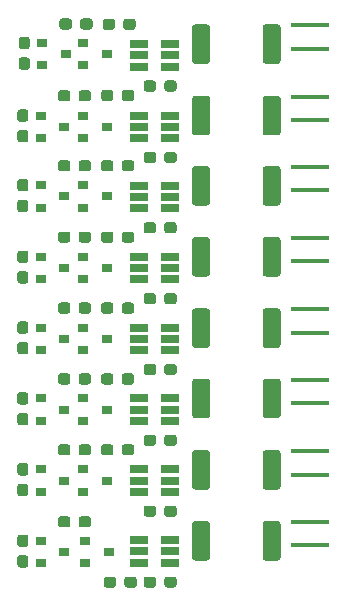
<source format=gtp>
%TF.GenerationSoftware,KiCad,Pcbnew,(5.1.8)-1*%
%TF.CreationDate,2021-02-13T13:18:38-08:00*%
%TF.ProjectId,20210213_Projects_PassiveBalanceBoard,32303231-3032-4313-935f-50726f6a6563,A0*%
%TF.SameCoordinates,PX5b5cac0PY99e0170*%
%TF.FileFunction,Paste,Top*%
%TF.FilePolarity,Positive*%
%FSLAX46Y46*%
G04 Gerber Fmt 4.6, Leading zero omitted, Abs format (unit mm)*
G04 Created by KiCad (PCBNEW (5.1.8)-1) date 2021-02-13 13:18:38*
%MOMM*%
%LPD*%
G01*
G04 APERTURE LIST*
%ADD10R,0.900000X0.800000*%
%ADD11R,1.560000X0.650000*%
%ADD12R,3.200400X0.381000*%
G04 APERTURE END LIST*
G36*
G01*
X31725000Y26100001D02*
X31725000Y23249999D01*
G75*
G02*
X31475001Y23000000I-249999J0D01*
G01*
X30449999Y23000000D01*
G75*
G02*
X30200000Y23249999I0J249999D01*
G01*
X30200000Y26100001D01*
G75*
G02*
X30449999Y26350000I249999J0D01*
G01*
X31475001Y26350000D01*
G75*
G02*
X31725000Y26100001I0J-249999D01*
G01*
G37*
G36*
G01*
X25750000Y26100001D02*
X25750000Y23249999D01*
G75*
G02*
X25500001Y23000000I-249999J0D01*
G01*
X24474999Y23000000D01*
G75*
G02*
X24225000Y23249999I0J249999D01*
G01*
X24225000Y26100001D01*
G75*
G02*
X24474999Y26350000I249999J0D01*
G01*
X25500001Y26350000D01*
G75*
G02*
X25750000Y26100001I0J-249999D01*
G01*
G37*
D10*
X11400000Y24725000D03*
X11400000Y22825000D03*
X13400000Y23775000D03*
X11400000Y18725000D03*
X11400000Y16825000D03*
X13400000Y17775000D03*
X11400000Y12725000D03*
X11400000Y10825000D03*
X13400000Y11775000D03*
X11400000Y6675000D03*
X11400000Y4775000D03*
X13400000Y5725000D03*
X17025000Y23775000D03*
X15025000Y22825000D03*
X15025000Y24725000D03*
X15025000Y18725000D03*
X15025000Y16825000D03*
X17025000Y17775000D03*
X15025000Y12725000D03*
X15025000Y10825000D03*
X17025000Y11775000D03*
X17200000Y5725000D03*
X15200000Y4775000D03*
X15200000Y6675000D03*
D11*
X19700000Y24725000D03*
X19700000Y23775000D03*
X19700000Y22825000D03*
X22400000Y22825000D03*
X22400000Y24725000D03*
X22400000Y23775000D03*
X19700000Y18725000D03*
X19700000Y17775000D03*
X19700000Y16825000D03*
X22400000Y16825000D03*
X22400000Y18725000D03*
X22400000Y17775000D03*
X22400000Y11775000D03*
X22400000Y12725000D03*
X22400000Y10825000D03*
X19700000Y10825000D03*
X19700000Y11775000D03*
X19700000Y12725000D03*
X19700000Y6725000D03*
X19700000Y5775000D03*
X19700000Y4825000D03*
X22400000Y4825000D03*
X22400000Y6725000D03*
X22400000Y5775000D03*
D10*
X13525000Y47875000D03*
X11525000Y46925000D03*
X11525000Y48825000D03*
X13400000Y41725000D03*
X11400000Y40775000D03*
X11400000Y42675000D03*
X13400000Y35825000D03*
X11400000Y34875000D03*
X11400000Y36775000D03*
X13400000Y29775000D03*
X11400000Y28825000D03*
X11400000Y30725000D03*
X15025000Y48825000D03*
X15025000Y46925000D03*
X17025000Y47875000D03*
X17025000Y41725000D03*
X15025000Y40775000D03*
X15025000Y42675000D03*
X17025000Y35825000D03*
X15025000Y34875000D03*
X15025000Y36775000D03*
X15025000Y30725000D03*
X15025000Y28825000D03*
X17025000Y29775000D03*
D11*
X19700000Y48725000D03*
X19700000Y47775000D03*
X19700000Y46825000D03*
X22400000Y46825000D03*
X22400000Y48725000D03*
X22400000Y47775000D03*
X22400000Y41725000D03*
X22400000Y42675000D03*
X22400000Y40775000D03*
X19700000Y40775000D03*
X19700000Y41725000D03*
X19700000Y42675000D03*
X22400000Y35775000D03*
X22400000Y36725000D03*
X22400000Y34825000D03*
X19700000Y34825000D03*
X19700000Y35775000D03*
X19700000Y36725000D03*
X22400000Y29775000D03*
X22400000Y30725000D03*
X22400000Y28825000D03*
X19700000Y28825000D03*
X19700000Y29775000D03*
X19700000Y30725000D03*
G36*
G01*
X9662500Y23500000D02*
X10137500Y23500000D01*
G75*
G02*
X10375000Y23262500I0J-237500D01*
G01*
X10375000Y22687500D01*
G75*
G02*
X10137500Y22450000I-237500J0D01*
G01*
X9662500Y22450000D01*
G75*
G02*
X9425000Y22687500I0J237500D01*
G01*
X9425000Y23262500D01*
G75*
G02*
X9662500Y23500000I237500J0D01*
G01*
G37*
G36*
G01*
X9662500Y25250000D02*
X10137500Y25250000D01*
G75*
G02*
X10375000Y25012500I0J-237500D01*
G01*
X10375000Y24437500D01*
G75*
G02*
X10137500Y24200000I-237500J0D01*
G01*
X9662500Y24200000D01*
G75*
G02*
X9425000Y24437500I0J237500D01*
G01*
X9425000Y25012500D01*
G75*
G02*
X9662500Y25250000I237500J0D01*
G01*
G37*
G36*
G01*
X9662500Y19250000D02*
X10137500Y19250000D01*
G75*
G02*
X10375000Y19012500I0J-237500D01*
G01*
X10375000Y18437500D01*
G75*
G02*
X10137500Y18200000I-237500J0D01*
G01*
X9662500Y18200000D01*
G75*
G02*
X9425000Y18437500I0J237500D01*
G01*
X9425000Y19012500D01*
G75*
G02*
X9662500Y19250000I237500J0D01*
G01*
G37*
G36*
G01*
X9662500Y17500000D02*
X10137500Y17500000D01*
G75*
G02*
X10375000Y17262500I0J-237500D01*
G01*
X10375000Y16687500D01*
G75*
G02*
X10137500Y16450000I-237500J0D01*
G01*
X9662500Y16450000D01*
G75*
G02*
X9425000Y16687500I0J237500D01*
G01*
X9425000Y17262500D01*
G75*
G02*
X9662500Y17500000I237500J0D01*
G01*
G37*
G36*
G01*
X9662500Y11500000D02*
X10137500Y11500000D01*
G75*
G02*
X10375000Y11262500I0J-237500D01*
G01*
X10375000Y10687500D01*
G75*
G02*
X10137500Y10450000I-237500J0D01*
G01*
X9662500Y10450000D01*
G75*
G02*
X9425000Y10687500I0J237500D01*
G01*
X9425000Y11262500D01*
G75*
G02*
X9662500Y11500000I237500J0D01*
G01*
G37*
G36*
G01*
X9662500Y13250000D02*
X10137500Y13250000D01*
G75*
G02*
X10375000Y13012500I0J-237500D01*
G01*
X10375000Y12437500D01*
G75*
G02*
X10137500Y12200000I-237500J0D01*
G01*
X9662500Y12200000D01*
G75*
G02*
X9425000Y12437500I0J237500D01*
G01*
X9425000Y13012500D01*
G75*
G02*
X9662500Y13250000I237500J0D01*
G01*
G37*
G36*
G01*
X9662500Y5450000D02*
X10137500Y5450000D01*
G75*
G02*
X10375000Y5212500I0J-237500D01*
G01*
X10375000Y4637500D01*
G75*
G02*
X10137500Y4400000I-237500J0D01*
G01*
X9662500Y4400000D01*
G75*
G02*
X9425000Y4637500I0J237500D01*
G01*
X9425000Y5212500D01*
G75*
G02*
X9662500Y5450000I237500J0D01*
G01*
G37*
G36*
G01*
X9662500Y7200000D02*
X10137500Y7200000D01*
G75*
G02*
X10375000Y6962500I0J-237500D01*
G01*
X10375000Y6387500D01*
G75*
G02*
X10137500Y6150000I-237500J0D01*
G01*
X9662500Y6150000D01*
G75*
G02*
X9425000Y6387500I0J237500D01*
G01*
X9425000Y6962500D01*
G75*
G02*
X9662500Y7200000I237500J0D01*
G01*
G37*
G36*
G01*
X20125000Y20937500D02*
X20125000Y21412500D01*
G75*
G02*
X20362500Y21650000I237500J0D01*
G01*
X20937500Y21650000D01*
G75*
G02*
X21175000Y21412500I0J-237500D01*
G01*
X21175000Y20937500D01*
G75*
G02*
X20937500Y20700000I-237500J0D01*
G01*
X20362500Y20700000D01*
G75*
G02*
X20125000Y20937500I0J237500D01*
G01*
G37*
G36*
G01*
X21875000Y20937500D02*
X21875000Y21412500D01*
G75*
G02*
X22112500Y21650000I237500J0D01*
G01*
X22687500Y21650000D01*
G75*
G02*
X22925000Y21412500I0J-237500D01*
G01*
X22925000Y20937500D01*
G75*
G02*
X22687500Y20700000I-237500J0D01*
G01*
X22112500Y20700000D01*
G75*
G02*
X21875000Y20937500I0J237500D01*
G01*
G37*
G36*
G01*
X20125000Y14937500D02*
X20125000Y15412500D01*
G75*
G02*
X20362500Y15650000I237500J0D01*
G01*
X20937500Y15650000D01*
G75*
G02*
X21175000Y15412500I0J-237500D01*
G01*
X21175000Y14937500D01*
G75*
G02*
X20937500Y14700000I-237500J0D01*
G01*
X20362500Y14700000D01*
G75*
G02*
X20125000Y14937500I0J237500D01*
G01*
G37*
G36*
G01*
X21875000Y14937500D02*
X21875000Y15412500D01*
G75*
G02*
X22112500Y15650000I237500J0D01*
G01*
X22687500Y15650000D01*
G75*
G02*
X22925000Y15412500I0J-237500D01*
G01*
X22925000Y14937500D01*
G75*
G02*
X22687500Y14700000I-237500J0D01*
G01*
X22112500Y14700000D01*
G75*
G02*
X21875000Y14937500I0J237500D01*
G01*
G37*
G36*
G01*
X21875000Y8937500D02*
X21875000Y9412500D01*
G75*
G02*
X22112500Y9650000I237500J0D01*
G01*
X22687500Y9650000D01*
G75*
G02*
X22925000Y9412500I0J-237500D01*
G01*
X22925000Y8937500D01*
G75*
G02*
X22687500Y8700000I-237500J0D01*
G01*
X22112500Y8700000D01*
G75*
G02*
X21875000Y8937500I0J237500D01*
G01*
G37*
G36*
G01*
X20125000Y8937500D02*
X20125000Y9412500D01*
G75*
G02*
X20362500Y9650000I237500J0D01*
G01*
X20937500Y9650000D01*
G75*
G02*
X21175000Y9412500I0J-237500D01*
G01*
X21175000Y8937500D01*
G75*
G02*
X20937500Y8700000I-237500J0D01*
G01*
X20362500Y8700000D01*
G75*
G02*
X20125000Y8937500I0J237500D01*
G01*
G37*
G36*
G01*
X21875000Y2937500D02*
X21875000Y3412500D01*
G75*
G02*
X22112500Y3650000I237500J0D01*
G01*
X22687500Y3650000D01*
G75*
G02*
X22925000Y3412500I0J-237500D01*
G01*
X22925000Y2937500D01*
G75*
G02*
X22687500Y2700000I-237500J0D01*
G01*
X22112500Y2700000D01*
G75*
G02*
X21875000Y2937500I0J237500D01*
G01*
G37*
G36*
G01*
X20125000Y2937500D02*
X20125000Y3412500D01*
G75*
G02*
X20362500Y3650000I237500J0D01*
G01*
X20937500Y3650000D01*
G75*
G02*
X21175000Y3412500I0J-237500D01*
G01*
X21175000Y2937500D01*
G75*
G02*
X20937500Y2700000I-237500J0D01*
G01*
X20362500Y2700000D01*
G75*
G02*
X20125000Y2937500I0J237500D01*
G01*
G37*
G36*
G01*
X9787500Y49350000D02*
X10262500Y49350000D01*
G75*
G02*
X10500000Y49112500I0J-237500D01*
G01*
X10500000Y48537500D01*
G75*
G02*
X10262500Y48300000I-237500J0D01*
G01*
X9787500Y48300000D01*
G75*
G02*
X9550000Y48537500I0J237500D01*
G01*
X9550000Y49112500D01*
G75*
G02*
X9787500Y49350000I237500J0D01*
G01*
G37*
G36*
G01*
X9787500Y47600000D02*
X10262500Y47600000D01*
G75*
G02*
X10500000Y47362500I0J-237500D01*
G01*
X10500000Y46787500D01*
G75*
G02*
X10262500Y46550000I-237500J0D01*
G01*
X9787500Y46550000D01*
G75*
G02*
X9550000Y46787500I0J237500D01*
G01*
X9550000Y47362500D01*
G75*
G02*
X9787500Y47600000I237500J0D01*
G01*
G37*
G36*
G01*
X9662500Y41450000D02*
X10137500Y41450000D01*
G75*
G02*
X10375000Y41212500I0J-237500D01*
G01*
X10375000Y40637500D01*
G75*
G02*
X10137500Y40400000I-237500J0D01*
G01*
X9662500Y40400000D01*
G75*
G02*
X9425000Y40637500I0J237500D01*
G01*
X9425000Y41212500D01*
G75*
G02*
X9662500Y41450000I237500J0D01*
G01*
G37*
G36*
G01*
X9662500Y43200000D02*
X10137500Y43200000D01*
G75*
G02*
X10375000Y42962500I0J-237500D01*
G01*
X10375000Y42387500D01*
G75*
G02*
X10137500Y42150000I-237500J0D01*
G01*
X9662500Y42150000D01*
G75*
G02*
X9425000Y42387500I0J237500D01*
G01*
X9425000Y42962500D01*
G75*
G02*
X9662500Y43200000I237500J0D01*
G01*
G37*
G36*
G01*
X9662500Y37300000D02*
X10137500Y37300000D01*
G75*
G02*
X10375000Y37062500I0J-237500D01*
G01*
X10375000Y36487500D01*
G75*
G02*
X10137500Y36250000I-237500J0D01*
G01*
X9662500Y36250000D01*
G75*
G02*
X9425000Y36487500I0J237500D01*
G01*
X9425000Y37062500D01*
G75*
G02*
X9662500Y37300000I237500J0D01*
G01*
G37*
G36*
G01*
X9662500Y35550000D02*
X10137500Y35550000D01*
G75*
G02*
X10375000Y35312500I0J-237500D01*
G01*
X10375000Y34737500D01*
G75*
G02*
X10137500Y34500000I-237500J0D01*
G01*
X9662500Y34500000D01*
G75*
G02*
X9425000Y34737500I0J237500D01*
G01*
X9425000Y35312500D01*
G75*
G02*
X9662500Y35550000I237500J0D01*
G01*
G37*
G36*
G01*
X9662500Y29500000D02*
X10137500Y29500000D01*
G75*
G02*
X10375000Y29262500I0J-237500D01*
G01*
X10375000Y28687500D01*
G75*
G02*
X10137500Y28450000I-237500J0D01*
G01*
X9662500Y28450000D01*
G75*
G02*
X9425000Y28687500I0J237500D01*
G01*
X9425000Y29262500D01*
G75*
G02*
X9662500Y29500000I237500J0D01*
G01*
G37*
G36*
G01*
X9662500Y31250000D02*
X10137500Y31250000D01*
G75*
G02*
X10375000Y31012500I0J-237500D01*
G01*
X10375000Y30437500D01*
G75*
G02*
X10137500Y30200000I-237500J0D01*
G01*
X9662500Y30200000D01*
G75*
G02*
X9425000Y30437500I0J237500D01*
G01*
X9425000Y31012500D01*
G75*
G02*
X9662500Y31250000I237500J0D01*
G01*
G37*
G36*
G01*
X15675000Y44587500D02*
X15675000Y44112500D01*
G75*
G02*
X15437500Y43875000I-237500J0D01*
G01*
X14862500Y43875000D01*
G75*
G02*
X14625000Y44112500I0J237500D01*
G01*
X14625000Y44587500D01*
G75*
G02*
X14862500Y44825000I237500J0D01*
G01*
X15437500Y44825000D01*
G75*
G02*
X15675000Y44587500I0J-237500D01*
G01*
G37*
G36*
G01*
X13925000Y44587500D02*
X13925000Y44112500D01*
G75*
G02*
X13687500Y43875000I-237500J0D01*
G01*
X13112500Y43875000D01*
G75*
G02*
X12875000Y44112500I0J237500D01*
G01*
X12875000Y44587500D01*
G75*
G02*
X13112500Y44825000I237500J0D01*
G01*
X13687500Y44825000D01*
G75*
G02*
X13925000Y44587500I0J-237500D01*
G01*
G37*
G36*
G01*
X13925000Y38662500D02*
X13925000Y38187500D01*
G75*
G02*
X13687500Y37950000I-237500J0D01*
G01*
X13112500Y37950000D01*
G75*
G02*
X12875000Y38187500I0J237500D01*
G01*
X12875000Y38662500D01*
G75*
G02*
X13112500Y38900000I237500J0D01*
G01*
X13687500Y38900000D01*
G75*
G02*
X13925000Y38662500I0J-237500D01*
G01*
G37*
G36*
G01*
X15675000Y38662500D02*
X15675000Y38187500D01*
G75*
G02*
X15437500Y37950000I-237500J0D01*
G01*
X14862500Y37950000D01*
G75*
G02*
X14625000Y38187500I0J237500D01*
G01*
X14625000Y38662500D01*
G75*
G02*
X14862500Y38900000I237500J0D01*
G01*
X15437500Y38900000D01*
G75*
G02*
X15675000Y38662500I0J-237500D01*
G01*
G37*
G36*
G01*
X15675000Y32612500D02*
X15675000Y32137500D01*
G75*
G02*
X15437500Y31900000I-237500J0D01*
G01*
X14862500Y31900000D01*
G75*
G02*
X14625000Y32137500I0J237500D01*
G01*
X14625000Y32612500D01*
G75*
G02*
X14862500Y32850000I237500J0D01*
G01*
X15437500Y32850000D01*
G75*
G02*
X15675000Y32612500I0J-237500D01*
G01*
G37*
G36*
G01*
X13925000Y32612500D02*
X13925000Y32137500D01*
G75*
G02*
X13687500Y31900000I-237500J0D01*
G01*
X13112500Y31900000D01*
G75*
G02*
X12875000Y32137500I0J237500D01*
G01*
X12875000Y32612500D01*
G75*
G02*
X13112500Y32850000I237500J0D01*
G01*
X13687500Y32850000D01*
G75*
G02*
X13925000Y32612500I0J-237500D01*
G01*
G37*
G36*
G01*
X20125000Y38887500D02*
X20125000Y39362500D01*
G75*
G02*
X20362500Y39600000I237500J0D01*
G01*
X20937500Y39600000D01*
G75*
G02*
X21175000Y39362500I0J-237500D01*
G01*
X21175000Y38887500D01*
G75*
G02*
X20937500Y38650000I-237500J0D01*
G01*
X20362500Y38650000D01*
G75*
G02*
X20125000Y38887500I0J237500D01*
G01*
G37*
G36*
G01*
X21875000Y38887500D02*
X21875000Y39362500D01*
G75*
G02*
X22112500Y39600000I237500J0D01*
G01*
X22687500Y39600000D01*
G75*
G02*
X22925000Y39362500I0J-237500D01*
G01*
X22925000Y38887500D01*
G75*
G02*
X22687500Y38650000I-237500J0D01*
G01*
X22112500Y38650000D01*
G75*
G02*
X21875000Y38887500I0J237500D01*
G01*
G37*
G36*
G01*
X21875000Y32937500D02*
X21875000Y33412500D01*
G75*
G02*
X22112500Y33650000I237500J0D01*
G01*
X22687500Y33650000D01*
G75*
G02*
X22925000Y33412500I0J-237500D01*
G01*
X22925000Y32937500D01*
G75*
G02*
X22687500Y32700000I-237500J0D01*
G01*
X22112500Y32700000D01*
G75*
G02*
X21875000Y32937500I0J237500D01*
G01*
G37*
G36*
G01*
X20125000Y32937500D02*
X20125000Y33412500D01*
G75*
G02*
X20362500Y33650000I237500J0D01*
G01*
X20937500Y33650000D01*
G75*
G02*
X21175000Y33412500I0J-237500D01*
G01*
X21175000Y32937500D01*
G75*
G02*
X20937500Y32700000I-237500J0D01*
G01*
X20362500Y32700000D01*
G75*
G02*
X20125000Y32937500I0J237500D01*
G01*
G37*
G36*
G01*
X21875000Y26937500D02*
X21875000Y27412500D01*
G75*
G02*
X22112500Y27650000I237500J0D01*
G01*
X22687500Y27650000D01*
G75*
G02*
X22925000Y27412500I0J-237500D01*
G01*
X22925000Y26937500D01*
G75*
G02*
X22687500Y26700000I-237500J0D01*
G01*
X22112500Y26700000D01*
G75*
G02*
X21875000Y26937500I0J237500D01*
G01*
G37*
G36*
G01*
X20125000Y26937500D02*
X20125000Y27412500D01*
G75*
G02*
X20362500Y27650000I237500J0D01*
G01*
X20937500Y27650000D01*
G75*
G02*
X21175000Y27412500I0J-237500D01*
G01*
X21175000Y26937500D01*
G75*
G02*
X20937500Y26700000I-237500J0D01*
G01*
X20362500Y26700000D01*
G75*
G02*
X20125000Y26937500I0J237500D01*
G01*
G37*
G36*
G01*
X25750000Y20150001D02*
X25750000Y17299999D01*
G75*
G02*
X25500001Y17050000I-249999J0D01*
G01*
X24474999Y17050000D01*
G75*
G02*
X24225000Y17299999I0J249999D01*
G01*
X24225000Y20150001D01*
G75*
G02*
X24474999Y20400000I249999J0D01*
G01*
X25500001Y20400000D01*
G75*
G02*
X25750000Y20150001I0J-249999D01*
G01*
G37*
G36*
G01*
X31725000Y20150001D02*
X31725000Y17299999D01*
G75*
G02*
X31475001Y17050000I-249999J0D01*
G01*
X30449999Y17050000D01*
G75*
G02*
X30200000Y17299999I0J249999D01*
G01*
X30200000Y20150001D01*
G75*
G02*
X30449999Y20400000I249999J0D01*
G01*
X31475001Y20400000D01*
G75*
G02*
X31725000Y20150001I0J-249999D01*
G01*
G37*
G36*
G01*
X31725000Y14100001D02*
X31725000Y11249999D01*
G75*
G02*
X31475001Y11000000I-249999J0D01*
G01*
X30449999Y11000000D01*
G75*
G02*
X30200000Y11249999I0J249999D01*
G01*
X30200000Y14100001D01*
G75*
G02*
X30449999Y14350000I249999J0D01*
G01*
X31475001Y14350000D01*
G75*
G02*
X31725000Y14100001I0J-249999D01*
G01*
G37*
G36*
G01*
X25750000Y14100001D02*
X25750000Y11249999D01*
G75*
G02*
X25500001Y11000000I-249999J0D01*
G01*
X24474999Y11000000D01*
G75*
G02*
X24225000Y11249999I0J249999D01*
G01*
X24225000Y14100001D01*
G75*
G02*
X24474999Y14350000I249999J0D01*
G01*
X25500001Y14350000D01*
G75*
G02*
X25750000Y14100001I0J-249999D01*
G01*
G37*
G36*
G01*
X25750000Y8100001D02*
X25750000Y5249999D01*
G75*
G02*
X25500001Y5000000I-249999J0D01*
G01*
X24474999Y5000000D01*
G75*
G02*
X24225000Y5249999I0J249999D01*
G01*
X24225000Y8100001D01*
G75*
G02*
X24474999Y8350000I249999J0D01*
G01*
X25500001Y8350000D01*
G75*
G02*
X25750000Y8100001I0J-249999D01*
G01*
G37*
G36*
G01*
X31725000Y8100001D02*
X31725000Y5249999D01*
G75*
G02*
X31475001Y5000000I-249999J0D01*
G01*
X30449999Y5000000D01*
G75*
G02*
X30200000Y5249999I0J249999D01*
G01*
X30200000Y8100001D01*
G75*
G02*
X30449999Y8350000I249999J0D01*
G01*
X31475001Y8350000D01*
G75*
G02*
X31725000Y8100001I0J-249999D01*
G01*
G37*
G36*
G01*
X25750000Y50150001D02*
X25750000Y47299999D01*
G75*
G02*
X25500001Y47050000I-249999J0D01*
G01*
X24474999Y47050000D01*
G75*
G02*
X24225000Y47299999I0J249999D01*
G01*
X24225000Y50150001D01*
G75*
G02*
X24474999Y50400000I249999J0D01*
G01*
X25500001Y50400000D01*
G75*
G02*
X25750000Y50150001I0J-249999D01*
G01*
G37*
G36*
G01*
X31725000Y50150001D02*
X31725000Y47299999D01*
G75*
G02*
X31475001Y47050000I-249999J0D01*
G01*
X30449999Y47050000D01*
G75*
G02*
X30200000Y47299999I0J249999D01*
G01*
X30200000Y50150001D01*
G75*
G02*
X30449999Y50400000I249999J0D01*
G01*
X31475001Y50400000D01*
G75*
G02*
X31725000Y50150001I0J-249999D01*
G01*
G37*
G36*
G01*
X31725000Y44100001D02*
X31725000Y41249999D01*
G75*
G02*
X31475001Y41000000I-249999J0D01*
G01*
X30449999Y41000000D01*
G75*
G02*
X30200000Y41249999I0J249999D01*
G01*
X30200000Y44100001D01*
G75*
G02*
X30449999Y44350000I249999J0D01*
G01*
X31475001Y44350000D01*
G75*
G02*
X31725000Y44100001I0J-249999D01*
G01*
G37*
G36*
G01*
X25750000Y44100001D02*
X25750000Y41249999D01*
G75*
G02*
X25500001Y41000000I-249999J0D01*
G01*
X24474999Y41000000D01*
G75*
G02*
X24225000Y41249999I0J249999D01*
G01*
X24225000Y44100001D01*
G75*
G02*
X24474999Y44350000I249999J0D01*
G01*
X25500001Y44350000D01*
G75*
G02*
X25750000Y44100001I0J-249999D01*
G01*
G37*
G36*
G01*
X31725000Y38150001D02*
X31725000Y35299999D01*
G75*
G02*
X31475001Y35050000I-249999J0D01*
G01*
X30449999Y35050000D01*
G75*
G02*
X30200000Y35299999I0J249999D01*
G01*
X30200000Y38150001D01*
G75*
G02*
X30449999Y38400000I249999J0D01*
G01*
X31475001Y38400000D01*
G75*
G02*
X31725000Y38150001I0J-249999D01*
G01*
G37*
G36*
G01*
X25750000Y38150001D02*
X25750000Y35299999D01*
G75*
G02*
X25500001Y35050000I-249999J0D01*
G01*
X24474999Y35050000D01*
G75*
G02*
X24225000Y35299999I0J249999D01*
G01*
X24225000Y38150001D01*
G75*
G02*
X24474999Y38400000I249999J0D01*
G01*
X25500001Y38400000D01*
G75*
G02*
X25750000Y38150001I0J-249999D01*
G01*
G37*
G36*
G01*
X25750000Y32150001D02*
X25750000Y29299999D01*
G75*
G02*
X25500001Y29050000I-249999J0D01*
G01*
X24474999Y29050000D01*
G75*
G02*
X24225000Y29299999I0J249999D01*
G01*
X24225000Y32150001D01*
G75*
G02*
X24474999Y32400000I249999J0D01*
G01*
X25500001Y32400000D01*
G75*
G02*
X25750000Y32150001I0J-249999D01*
G01*
G37*
G36*
G01*
X31725000Y32150001D02*
X31725000Y29299999D01*
G75*
G02*
X31475001Y29050000I-249999J0D01*
G01*
X30449999Y29050000D01*
G75*
G02*
X30200000Y29299999I0J249999D01*
G01*
X30200000Y32150001D01*
G75*
G02*
X30449999Y32400000I249999J0D01*
G01*
X31475001Y32400000D01*
G75*
G02*
X31725000Y32150001I0J-249999D01*
G01*
G37*
G36*
G01*
X16650000Y50162500D02*
X16650000Y50637500D01*
G75*
G02*
X16887500Y50875000I237500J0D01*
G01*
X17462500Y50875000D01*
G75*
G02*
X17700000Y50637500I0J-237500D01*
G01*
X17700000Y50162500D01*
G75*
G02*
X17462500Y49925000I-237500J0D01*
G01*
X16887500Y49925000D01*
G75*
G02*
X16650000Y50162500I0J237500D01*
G01*
G37*
G36*
G01*
X18400000Y50162500D02*
X18400000Y50637500D01*
G75*
G02*
X18637500Y50875000I237500J0D01*
G01*
X19212500Y50875000D01*
G75*
G02*
X19450000Y50637500I0J-237500D01*
G01*
X19450000Y50162500D01*
G75*
G02*
X19212500Y49925000I-237500J0D01*
G01*
X18637500Y49925000D01*
G75*
G02*
X18400000Y50162500I0J237500D01*
G01*
G37*
G36*
G01*
X18275000Y44137500D02*
X18275000Y44612500D01*
G75*
G02*
X18512500Y44850000I237500J0D01*
G01*
X19087500Y44850000D01*
G75*
G02*
X19325000Y44612500I0J-237500D01*
G01*
X19325000Y44137500D01*
G75*
G02*
X19087500Y43900000I-237500J0D01*
G01*
X18512500Y43900000D01*
G75*
G02*
X18275000Y44137500I0J237500D01*
G01*
G37*
G36*
G01*
X16525000Y44137500D02*
X16525000Y44612500D01*
G75*
G02*
X16762500Y44850000I237500J0D01*
G01*
X17337500Y44850000D01*
G75*
G02*
X17575000Y44612500I0J-237500D01*
G01*
X17575000Y44137500D01*
G75*
G02*
X17337500Y43900000I-237500J0D01*
G01*
X16762500Y43900000D01*
G75*
G02*
X16525000Y44137500I0J237500D01*
G01*
G37*
G36*
G01*
X16525000Y38187500D02*
X16525000Y38662500D01*
G75*
G02*
X16762500Y38900000I237500J0D01*
G01*
X17337500Y38900000D01*
G75*
G02*
X17575000Y38662500I0J-237500D01*
G01*
X17575000Y38187500D01*
G75*
G02*
X17337500Y37950000I-237500J0D01*
G01*
X16762500Y37950000D01*
G75*
G02*
X16525000Y38187500I0J237500D01*
G01*
G37*
G36*
G01*
X18275000Y38187500D02*
X18275000Y38662500D01*
G75*
G02*
X18512500Y38900000I237500J0D01*
G01*
X19087500Y38900000D01*
G75*
G02*
X19325000Y38662500I0J-237500D01*
G01*
X19325000Y38187500D01*
G75*
G02*
X19087500Y37950000I-237500J0D01*
G01*
X18512500Y37950000D01*
G75*
G02*
X18275000Y38187500I0J237500D01*
G01*
G37*
G36*
G01*
X18275000Y32137500D02*
X18275000Y32612500D01*
G75*
G02*
X18512500Y32850000I237500J0D01*
G01*
X19087500Y32850000D01*
G75*
G02*
X19325000Y32612500I0J-237500D01*
G01*
X19325000Y32137500D01*
G75*
G02*
X19087500Y31900000I-237500J0D01*
G01*
X18512500Y31900000D01*
G75*
G02*
X18275000Y32137500I0J237500D01*
G01*
G37*
G36*
G01*
X16525000Y32137500D02*
X16525000Y32612500D01*
G75*
G02*
X16762500Y32850000I237500J0D01*
G01*
X17337500Y32850000D01*
G75*
G02*
X17575000Y32612500I0J-237500D01*
G01*
X17575000Y32137500D01*
G75*
G02*
X17337500Y31900000I-237500J0D01*
G01*
X16762500Y31900000D01*
G75*
G02*
X16525000Y32137500I0J237500D01*
G01*
G37*
G36*
G01*
X15675000Y26612500D02*
X15675000Y26137500D01*
G75*
G02*
X15437500Y25900000I-237500J0D01*
G01*
X14862500Y25900000D01*
G75*
G02*
X14625000Y26137500I0J237500D01*
G01*
X14625000Y26612500D01*
G75*
G02*
X14862500Y26850000I237500J0D01*
G01*
X15437500Y26850000D01*
G75*
G02*
X15675000Y26612500I0J-237500D01*
G01*
G37*
G36*
G01*
X13925000Y26612500D02*
X13925000Y26137500D01*
G75*
G02*
X13687500Y25900000I-237500J0D01*
G01*
X13112500Y25900000D01*
G75*
G02*
X12875000Y26137500I0J237500D01*
G01*
X12875000Y26612500D01*
G75*
G02*
X13112500Y26850000I237500J0D01*
G01*
X13687500Y26850000D01*
G75*
G02*
X13925000Y26612500I0J-237500D01*
G01*
G37*
G36*
G01*
X15675000Y20612500D02*
X15675000Y20137500D01*
G75*
G02*
X15437500Y19900000I-237500J0D01*
G01*
X14862500Y19900000D01*
G75*
G02*
X14625000Y20137500I0J237500D01*
G01*
X14625000Y20612500D01*
G75*
G02*
X14862500Y20850000I237500J0D01*
G01*
X15437500Y20850000D01*
G75*
G02*
X15675000Y20612500I0J-237500D01*
G01*
G37*
G36*
G01*
X13925000Y20612500D02*
X13925000Y20137500D01*
G75*
G02*
X13687500Y19900000I-237500J0D01*
G01*
X13112500Y19900000D01*
G75*
G02*
X12875000Y20137500I0J237500D01*
G01*
X12875000Y20612500D01*
G75*
G02*
X13112500Y20850000I237500J0D01*
G01*
X13687500Y20850000D01*
G75*
G02*
X13925000Y20612500I0J-237500D01*
G01*
G37*
G36*
G01*
X15675000Y14612500D02*
X15675000Y14137500D01*
G75*
G02*
X15437500Y13900000I-237500J0D01*
G01*
X14862500Y13900000D01*
G75*
G02*
X14625000Y14137500I0J237500D01*
G01*
X14625000Y14612500D01*
G75*
G02*
X14862500Y14850000I237500J0D01*
G01*
X15437500Y14850000D01*
G75*
G02*
X15675000Y14612500I0J-237500D01*
G01*
G37*
G36*
G01*
X13925000Y14612500D02*
X13925000Y14137500D01*
G75*
G02*
X13687500Y13900000I-237500J0D01*
G01*
X13112500Y13900000D01*
G75*
G02*
X12875000Y14137500I0J237500D01*
G01*
X12875000Y14612500D01*
G75*
G02*
X13112500Y14850000I237500J0D01*
G01*
X13687500Y14850000D01*
G75*
G02*
X13925000Y14612500I0J-237500D01*
G01*
G37*
G36*
G01*
X18275000Y26137500D02*
X18275000Y26612500D01*
G75*
G02*
X18512500Y26850000I237500J0D01*
G01*
X19087500Y26850000D01*
G75*
G02*
X19325000Y26612500I0J-237500D01*
G01*
X19325000Y26137500D01*
G75*
G02*
X19087500Y25900000I-237500J0D01*
G01*
X18512500Y25900000D01*
G75*
G02*
X18275000Y26137500I0J237500D01*
G01*
G37*
G36*
G01*
X16525000Y26137500D02*
X16525000Y26612500D01*
G75*
G02*
X16762500Y26850000I237500J0D01*
G01*
X17337500Y26850000D01*
G75*
G02*
X17575000Y26612500I0J-237500D01*
G01*
X17575000Y26137500D01*
G75*
G02*
X17337500Y25900000I-237500J0D01*
G01*
X16762500Y25900000D01*
G75*
G02*
X16525000Y26137500I0J237500D01*
G01*
G37*
G36*
G01*
X18275000Y20137500D02*
X18275000Y20612500D01*
G75*
G02*
X18512500Y20850000I237500J0D01*
G01*
X19087500Y20850000D01*
G75*
G02*
X19325000Y20612500I0J-237500D01*
G01*
X19325000Y20137500D01*
G75*
G02*
X19087500Y19900000I-237500J0D01*
G01*
X18512500Y19900000D01*
G75*
G02*
X18275000Y20137500I0J237500D01*
G01*
G37*
G36*
G01*
X16525000Y20137500D02*
X16525000Y20612500D01*
G75*
G02*
X16762500Y20850000I237500J0D01*
G01*
X17337500Y20850000D01*
G75*
G02*
X17575000Y20612500I0J-237500D01*
G01*
X17575000Y20137500D01*
G75*
G02*
X17337500Y19900000I-237500J0D01*
G01*
X16762500Y19900000D01*
G75*
G02*
X16525000Y20137500I0J237500D01*
G01*
G37*
G36*
G01*
X18275000Y14137500D02*
X18275000Y14612500D01*
G75*
G02*
X18512500Y14850000I237500J0D01*
G01*
X19087500Y14850000D01*
G75*
G02*
X19325000Y14612500I0J-237500D01*
G01*
X19325000Y14137500D01*
G75*
G02*
X19087500Y13900000I-237500J0D01*
G01*
X18512500Y13900000D01*
G75*
G02*
X18275000Y14137500I0J237500D01*
G01*
G37*
G36*
G01*
X16525000Y14137500D02*
X16525000Y14612500D01*
G75*
G02*
X16762500Y14850000I237500J0D01*
G01*
X17337500Y14850000D01*
G75*
G02*
X17575000Y14612500I0J-237500D01*
G01*
X17575000Y14137500D01*
G75*
G02*
X17337500Y13900000I-237500J0D01*
G01*
X16762500Y13900000D01*
G75*
G02*
X16525000Y14137500I0J237500D01*
G01*
G37*
G36*
G01*
X13925000Y8512500D02*
X13925000Y8037500D01*
G75*
G02*
X13687500Y7800000I-237500J0D01*
G01*
X13112500Y7800000D01*
G75*
G02*
X12875000Y8037500I0J237500D01*
G01*
X12875000Y8512500D01*
G75*
G02*
X13112500Y8750000I237500J0D01*
G01*
X13687500Y8750000D01*
G75*
G02*
X13925000Y8512500I0J-237500D01*
G01*
G37*
G36*
G01*
X15675000Y8512500D02*
X15675000Y8037500D01*
G75*
G02*
X15437500Y7800000I-237500J0D01*
G01*
X14862500Y7800000D01*
G75*
G02*
X14625000Y8037500I0J237500D01*
G01*
X14625000Y8512500D01*
G75*
G02*
X14862500Y8750000I237500J0D01*
G01*
X15437500Y8750000D01*
G75*
G02*
X15675000Y8512500I0J-237500D01*
G01*
G37*
G36*
G01*
X14050000Y50662500D02*
X14050000Y50187500D01*
G75*
G02*
X13812500Y49950000I-237500J0D01*
G01*
X13237500Y49950000D01*
G75*
G02*
X13000000Y50187500I0J237500D01*
G01*
X13000000Y50662500D01*
G75*
G02*
X13237500Y50900000I237500J0D01*
G01*
X13812500Y50900000D01*
G75*
G02*
X14050000Y50662500I0J-237500D01*
G01*
G37*
G36*
G01*
X15800000Y50662500D02*
X15800000Y50187500D01*
G75*
G02*
X15562500Y49950000I-237500J0D01*
G01*
X14987500Y49950000D01*
G75*
G02*
X14750000Y50187500I0J237500D01*
G01*
X14750000Y50662500D01*
G75*
G02*
X14987500Y50900000I237500J0D01*
G01*
X15562500Y50900000D01*
G75*
G02*
X15800000Y50662500I0J-237500D01*
G01*
G37*
G36*
G01*
X20125000Y44937500D02*
X20125000Y45412500D01*
G75*
G02*
X20362500Y45650000I237500J0D01*
G01*
X20937500Y45650000D01*
G75*
G02*
X21175000Y45412500I0J-237500D01*
G01*
X21175000Y44937500D01*
G75*
G02*
X20937500Y44700000I-237500J0D01*
G01*
X20362500Y44700000D01*
G75*
G02*
X20125000Y44937500I0J237500D01*
G01*
G37*
G36*
G01*
X21875000Y44937500D02*
X21875000Y45412500D01*
G75*
G02*
X22112500Y45650000I237500J0D01*
G01*
X22687500Y45650000D01*
G75*
G02*
X22925000Y45412500I0J-237500D01*
G01*
X22925000Y44937500D01*
G75*
G02*
X22687500Y44700000I-237500J0D01*
G01*
X22112500Y44700000D01*
G75*
G02*
X21875000Y44937500I0J237500D01*
G01*
G37*
G36*
G01*
X16750000Y2937500D02*
X16750000Y3412500D01*
G75*
G02*
X16987500Y3650000I237500J0D01*
G01*
X17562500Y3650000D01*
G75*
G02*
X17800000Y3412500I0J-237500D01*
G01*
X17800000Y2937500D01*
G75*
G02*
X17562500Y2700000I-237500J0D01*
G01*
X16987500Y2700000D01*
G75*
G02*
X16750000Y2937500I0J237500D01*
G01*
G37*
G36*
G01*
X18500000Y2937500D02*
X18500000Y3412500D01*
G75*
G02*
X18737500Y3650000I237500J0D01*
G01*
X19312500Y3650000D01*
G75*
G02*
X19550000Y3412500I0J-237500D01*
G01*
X19550000Y2937500D01*
G75*
G02*
X19312500Y2700000I-237500J0D01*
G01*
X18737500Y2700000D01*
G75*
G02*
X18500000Y2937500I0J237500D01*
G01*
G37*
D12*
X34200000Y20315600D03*
X34200000Y18334400D03*
X34200000Y12284400D03*
X34200000Y14265600D03*
X34200000Y8265600D03*
X34200000Y6284400D03*
X34200000Y48334400D03*
X34200000Y50315600D03*
X34200000Y44290600D03*
X34200000Y42309400D03*
X34200000Y36359400D03*
X34200000Y38340600D03*
X34200000Y32340600D03*
X34200000Y30359400D03*
X34200000Y24309400D03*
X34200000Y26290600D03*
M02*

</source>
